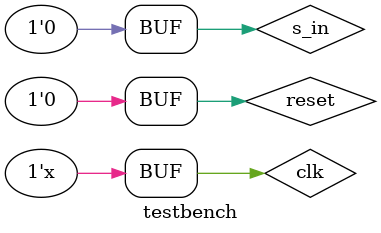
<source format=v>
`timescale 1ns / 1ps


module testbench;

// inputs 
 reg clk;
 reg reset;
 reg s_in;
 wire s_out;
 
// Unit under test (UUT)
shiftReg uut (
    .clk (clk),
    .reset (reset),
    .s_in (s_in),
    .s_out (s_out)
);

always #5 clk = ~clk;

initial
begin

    clk = 0; reset = 1;
    #10 
    reset = 0; s_in = 1;
    
    #10 s_in = 1;
    
    #10 s_in = 0;
    #10 s_in = 0;
    
    #10 s_in = 1;
    #10 s_in = 1;
    
    #10 s_in = 0;
    #10 s_in = 0;
    
end
endmodule

</source>
